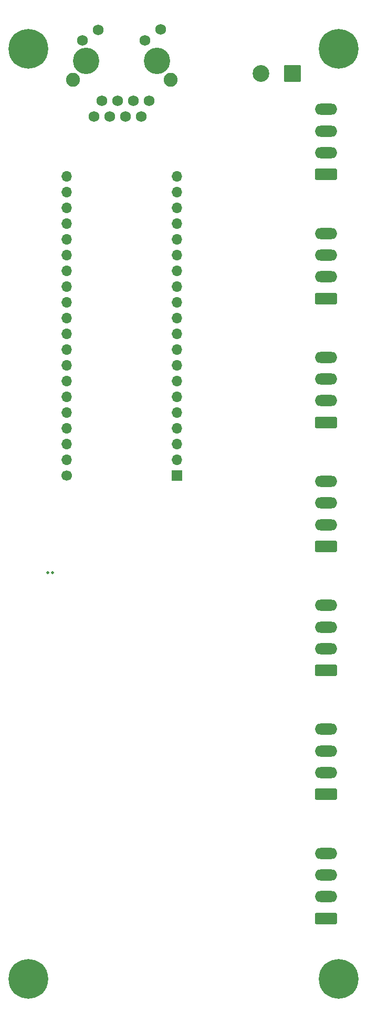
<source format=gbs>
G04 #@! TF.GenerationSoftware,KiCad,Pcbnew,7.0.11*
G04 #@! TF.CreationDate,2024-09-13T15:18:52-04:00*
G04 #@! TF.ProjectId,cluster-pcb,636c7573-7465-4722-9d70-63622e6b6963,1.2*
G04 #@! TF.SameCoordinates,Original*
G04 #@! TF.FileFunction,Soldermask,Bot*
G04 #@! TF.FilePolarity,Negative*
%FSLAX46Y46*%
G04 Gerber Fmt 4.6, Leading zero omitted, Abs format (unit mm)*
G04 Created by KiCad (PCBNEW 7.0.11) date 2024-09-13 15:18:52*
%MOMM*%
%LPD*%
G01*
G04 APERTURE LIST*
G04 Aperture macros list*
%AMRoundRect*
0 Rectangle with rounded corners*
0 $1 Rounding radius*
0 $2 $3 $4 $5 $6 $7 $8 $9 X,Y pos of 4 corners*
0 Add a 4 corners polygon primitive as box body*
4,1,4,$2,$3,$4,$5,$6,$7,$8,$9,$2,$3,0*
0 Add four circle primitives for the rounded corners*
1,1,$1+$1,$2,$3*
1,1,$1+$1,$4,$5*
1,1,$1+$1,$6,$7*
1,1,$1+$1,$8,$9*
0 Add four rect primitives between the rounded corners*
20,1,$1+$1,$2,$3,$4,$5,0*
20,1,$1+$1,$4,$5,$6,$7,0*
20,1,$1+$1,$6,$7,$8,$9,0*
20,1,$1+$1,$8,$9,$2,$3,0*%
G04 Aperture macros list end*
%ADD10RoundRect,0.250000X1.550000X-0.650000X1.550000X0.650000X-1.550000X0.650000X-1.550000X-0.650000X0*%
%ADD11O,3.600000X1.800000*%
%ADD12RoundRect,0.102000X1.250000X1.250000X-1.250000X1.250000X-1.250000X-1.250000X1.250000X-1.250000X0*%
%ADD13C,2.704000*%
%ADD14C,6.400000*%
%ADD15C,2.250000*%
%ADD16C,1.750000*%
%ADD17C,4.250000*%
%ADD18R,1.700000X1.700000*%
%ADD19O,1.700000X1.700000*%
%ADD20C,1.700000*%
%ADD21C,0.508000*%
G04 APERTURE END LIST*
D10*
X125400000Y-146850000D03*
D11*
X125400000Y-143350000D03*
X125400000Y-139850000D03*
X125400000Y-136350000D03*
D10*
X125400000Y-46850000D03*
D11*
X125400000Y-43350000D03*
X125400000Y-39850000D03*
X125400000Y-36350000D03*
D12*
X119940000Y-30600000D03*
D13*
X114860000Y-30600000D03*
D14*
X127400000Y-176600000D03*
D10*
X125400000Y-66850000D03*
D11*
X125400000Y-63350000D03*
X125400000Y-59850000D03*
X125400000Y-56350000D03*
D10*
X125400000Y-126850000D03*
D11*
X125400000Y-123350000D03*
X125400000Y-119850000D03*
X125400000Y-116350000D03*
D15*
X100274998Y-31612500D03*
D16*
X98725000Y-23482500D03*
D17*
X98115000Y-28562500D03*
D16*
X96845000Y-34932500D03*
X96185000Y-25202500D03*
X95575000Y-37472500D03*
X94305000Y-34932500D03*
X93035000Y-37472500D03*
X91765000Y-34932500D03*
X90495000Y-37472500D03*
X89225000Y-34932500D03*
X88615000Y-23502500D03*
X87955000Y-37472500D03*
D17*
X86685000Y-28562500D03*
D16*
X86075000Y-25202500D03*
D15*
X84525002Y-31612500D03*
D18*
X101290000Y-95462500D03*
D19*
X101290000Y-92922500D03*
X101290000Y-90382500D03*
X101290000Y-87842500D03*
X101290000Y-85302500D03*
X101290000Y-82762500D03*
X101290000Y-80222500D03*
X101290000Y-77682500D03*
X101290000Y-75142500D03*
X101290000Y-72602500D03*
X101290000Y-70062500D03*
X101290000Y-67522500D03*
X101290000Y-64982500D03*
X101290000Y-62442500D03*
X101290000Y-59902500D03*
X101290000Y-57362500D03*
X101290000Y-54822500D03*
X101290000Y-52282500D03*
X101290000Y-49742500D03*
X101290000Y-47202500D03*
X83510000Y-47202500D03*
X83510000Y-49742500D03*
X83510000Y-52282500D03*
X83510000Y-54822500D03*
X83510000Y-57362500D03*
X83510000Y-59902500D03*
X83510000Y-62442500D03*
X83510000Y-64982500D03*
X83510000Y-67522500D03*
X83510000Y-70062500D03*
X83510000Y-72602500D03*
X83510000Y-75142500D03*
X83510000Y-77682500D03*
X83510000Y-80222500D03*
X83510000Y-82762500D03*
X83510000Y-85302500D03*
X83510000Y-87842500D03*
X83510000Y-90382500D03*
X83510000Y-92922500D03*
D20*
X83510000Y-95462500D03*
D10*
X125400000Y-166850000D03*
D11*
X125400000Y-163350000D03*
X125400000Y-159850000D03*
X125400000Y-156350000D03*
D14*
X77400000Y-26600000D03*
D10*
X125400000Y-106850000D03*
D11*
X125400000Y-103350000D03*
X125400000Y-99850000D03*
X125400000Y-96350000D03*
D14*
X127400000Y-26600000D03*
D10*
X125400000Y-86850000D03*
D11*
X125400000Y-83350000D03*
X125400000Y-79850000D03*
X125400000Y-76350000D03*
D21*
X81293700Y-111100000D03*
X80506300Y-111100000D03*
D14*
X77400000Y-176600000D03*
M02*

</source>
